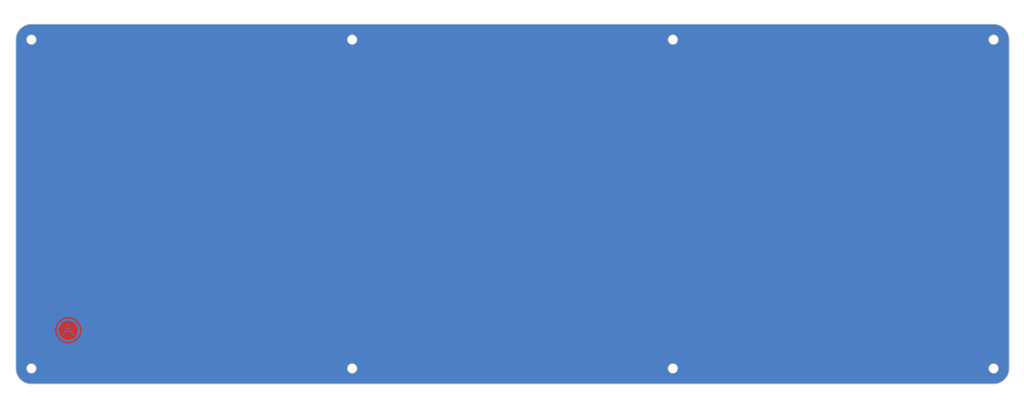
<source format=kicad_pcb>
(kicad_pcb (version 20221018) (generator pcbnew)
  (layers (0 "F.Cu" signal) (31 "B.Cu" signal) (34 "B.Paste" user) (35 "F.Paste" user) (36 "B.SilkS" user "B.Silkscreen") (37 "F.SilkS" user "F.Silkscreen") (38 "B.Mask" user) (39 "F.Mask" user) (44 "Edge.Cuts" user))
  (net 0 "")
  (net 1 "GND")
  (footprint "locallib:Outline" (layer "F.Cu") (at 19.84375 114.3)
    (fp_text reference "J1")
    (fp_text value "Outline")
    (fp_line (start 0.064 -4.064) (end 0.064 -88.264) (stroke (width 0.2)) (layer "Edge.Cuts"))
    (fp_line (start 4.064 -92.264) (end 250.189 -92.264) (stroke (width 0.2)) (layer "Edge.Cuts"))
    (fp_line (start 250.189 -0.064) (end 4.064 -0.064) (stroke (width 0.2)) (layer "Edge.Cuts"))
    (fp_line (start 254.189 -88.264) (end 254.189 -4.064) (stroke (width 0.2)) (layer "Edge.Cuts"))
    (fp_arc (start 0.064 -88.264) (mid 1.235573 -91.092427) (end 4.064 -92.264) (stroke (width 0.2)) (layer "Edge.Cuts"))
    (fp_arc (start 4.064 -0.064) (mid 1.235573 -1.235573) (end 0.064 -4.064) (stroke (width 0.2)) (layer "Edge.Cuts"))
    (fp_arc (start 250.189 -92.264) (mid 253.017427 -91.092427) (end 254.189 -88.264) (stroke (width 0.2)) (layer "Edge.Cuts"))
    (fp_arc (start 254.189 -4.064) (mid 253.017427 -1.235573) (end 250.189 -0.064) (stroke (width 0.2)) (layer "Edge.Cuts"))
    (fp_circle (center 4.064 -88.264) (end 5.264 -88.264) (stroke (width 0.2)) (fill none) (layer "Edge.Cuts"))
    (fp_circle (center 4.064 -4.064) (end 5.264 -4.064) (stroke (width 0.2)) (fill none) (layer "Edge.Cuts"))
    (fp_circle (center 86.105667 -88.264) (end 87.305667 -88.264) (stroke (width 0.2)) (fill none) (layer "Edge.Cuts"))
    (fp_circle (center 86.105667 -4.064) (end 87.305667 -4.064) (stroke (width 0.2)) (fill none) (layer "Edge.Cuts"))
    (fp_circle (center 168.147333 -88.264) (end 169.347333 -88.264) (stroke (width 0.2)) (fill none) (layer "Edge.Cuts"))
    (fp_circle (center 168.147333 -4.064) (end 169.347333 -4.064) (stroke (width 0.2)) (fill none) (layer "Edge.Cuts"))
    (fp_circle (center 250.189 -88.264) (end 251.389 -88.264) (stroke (width 0.2)) (fill none) (layer "Edge.Cuts"))
    (fp_circle (center 250.189 -4.064) (end 251.389 -4.064) (stroke (width 0.2)) (fill none) (layer "Edge.Cuts"))
    (pad "1" smd circle (at 129.54 -2.54) (size 1.524 1.524) (layers "F.Cu") (net 1 "GND"))
    (pad "1" smd circle (at 129.54 -2.54) (size 1.524 1.524) (layers "B.Cu") (net 1 "GND"))
  )
  (footprint "locallib:hex" (layer "F.Cu") (at 146.84375 68.2625)
    (fp_text reference "G***" hide)
    (fp_text value "LOGO" hide)
  )
  (footprint "locallib:ai-ring-6mm-Combined" (layer "B.Cu") (at 33.3375 100.458 180)
    (fp_text reference "G***" hide)
    (fp_text value "LOGO" hide)
    (fp_poly (pts (xy -1.000125 -1.30175) (xy -1.404937 -1.30175) (xy -1.404937 -0.896938) (xy -1.000125 -0.896938) (xy -1.000125 -1.30175)) (stroke (width 0.01)) (fill solid) (layer "B.Cu"))
    (fp_poly (pts (xy -0.595312 -0.515938) (xy -1.000125 -0.515938) (xy -1.000125 -0.111125) (xy -0.595312 -0.111125) (xy -0.595312 -0.515938)) (stroke (width 0.01)) (fill solid) (layer "B.Cu"))
    (fp_poly (pts (xy -0.214312 0.293687) (xy -0.595312 0.293687) (xy -0.595312 0.674687) (xy -0.214312 0.674687) (xy -0.214312 0.293687)) (stroke (width 0.01)) (fill solid) (layer "B.Cu"))
    (fp_poly (pts (xy 0.1905 -0.515938) (xy -0.214312 -0.515938) (xy -0.214312 -0.111125) (xy 0.1905 -0.111125) (xy 0.1905 -0.515938)) (stroke (width 0.01)) (fill solid) (layer "B.Cu"))
    (fp_poly (pts (xy 0.1905 1.0795) (xy -0.214312 1.0795) (xy -0.214312 1.484312) (xy 0.1905 1.484312) (xy 0.1905 1.0795)) (stroke (width 0.01)) (fill solid) (layer "B.Cu"))
    (fp_poly (pts (xy 0.595313 0.293687) (xy 0.1905 0.293687) (xy 0.1905 0.674687) (xy 0.595313 0.674687) (xy 0.595313 0.293687)) (stroke (width 0.01)) (fill solid) (layer "B.Cu"))
    (fp_poly (pts (xy 0.976313 -0.515938) (xy 0.595313 -0.515938) (xy 0.595313 -0.111125) (xy 0.976313 -0.111125) (xy 0.976313 -0.515938)) (stroke (width 0.01)) (fill solid) (layer "B.Cu"))
    (fp_poly (pts (xy 1.381125 -1.30175) (xy 0.976313 -1.30175) (xy 0.976313 -0.896938) (xy 1.381125 -0.896938) (xy 1.381125 -1.30175)) (stroke (width 0.01)) (fill solid) (layer "B.Cu"))
    (fp_poly (pts (xy 0.003969 2.971955) (xy 0.128087 2.970585) (xy 0.239799 2.966428) (xy 0.342392 2.959081) (xy 0.439156 2.94814) (xy 0.533378 2.933202) (xy 0.628347 2.913863) (xy 0.727351 2.889719) (xy 0.77263 2.877582) (xy 0.981177 2.812344) (xy 1.183265 2.733008) (xy 1.378128 2.639972) (xy 1.564999 2.533632) (xy 1.743114 2.414384) (xy 1.89526 2.296383) (xy 2.052928 2.155658) (xy 2.200265 2.004213) (xy 2.336586 1.843115) (xy 2.461208 1.673433) (xy 2.573447 1.496234) (xy 2.67262 1.312584) (xy 2.758042 1.123553) (xy 2.82903 0.930207) (xy 2.877784 0.762197) (xy 2.910855 0.622211) (xy 2.936215 0.490275) (xy 2.954607 0.361003) (xy 2.966775 0.229007) (xy 2.973461 0.0889) (xy 2.974114 0.0635) (xy 2.971395 -0.154797) (xy 2.9532 -0.36958) (xy 2.919535 -0.580821) (xy 2.870406 -0.788489) (xy 2.805819 -0.992555) (xy 2.741622 -1.156487) (xy 2.713539 -1.221752) (xy 2.689477 -1.27591) (xy 2.667608 -1.322613) (xy 2.646107 -1.365513) (xy 2.623146 -1.408263) (xy 2.5969 -1.454515) (xy 2.567775 -1.504156) (xy 2.448556 -1.690427) (xy 2.318452 -1.865153) (xy 2.177329 -2.028465) (xy 2.025055 -2.180496) (xy 1.861497 -2.32138) (xy 1.686524 -2.451248) (xy 1.504156 -2.567775) (xy 1.451327 -2.598744) (xy 1.405414 -2.624721) (xy 1.362765 -2.647531) (xy 1.319728 -2.669001) (xy 1.272651 -2.690957) (xy 1.217881 -2.715225) (xy 1.156487 -2.741622) (xy 1.060254 -2.781169) (xy 0.971536 -2.814208) (xy 0.884422 -2.842695) (xy 0.792998 -2.868589) (xy 0.710406 -2.889322) (xy 0.54589 -2.924876) (xy 0.388795 -2.950553) (xy 0.234567 -2.966893) (xy 0.078649 -2.974436) (xy -0.011906 -2.975013) (xy -0.063125 -2.974498) (xy -0.111246 -2.973793) (xy -0.153126 -2.97296) (xy -0.185622 -2.972063) (xy -0.20559 -2.971165) (xy -0.206375 -2.971109) (xy -0.422549 -2.947157) (xy -0.635306 -2.90817) (xy -0.843787 -2.854467) (xy -1.047132 -2.786363) (xy -1.244484 -2.704176) (xy -1.434982 -2.608225) (xy -1.617768 -2.498826) (xy -1.768724 -2.393796) (xy -1.941651 -2.255449) (xy -2.102335 -2.107088) (xy -2.250549 -1.949039) (xy -2.386071 -1.781632) (xy -2.508676 -1.605194) (xy -2.618139 -1.420052) (xy -2.714237 -1.226535) (xy -2.796744 -1.024971) (xy -2.865437 -0.815688) (xy -2.877582 -0.77263) (xy -2.903948 -0.670835) (xy -2.925333 -0.574511) (xy -2.942141 -0.480367) (xy -2.954775 -0.385117) (xy -2.96364 -0.28547) (xy -2.969138 -0.17814) (xy -2.971674 -0.059836) (xy -2.971955 -0.003969) (xy -2.97128 0.051392) (xy -2.439206 0.051392) (xy -2.439103 -0.028746) (xy -2.437437 -0.10841) (xy -2.434241 -0.183537) (xy -2.429544 -0.25006) (xy -2.425824 -0.28575) (xy -2.39395 -0.483048) (xy -2.347299 -0.674663) (xy -2.286049 -0.860222) (xy -2.210381 -1.039349) (xy -2.120473 -1.211669) (xy -2.016506 -1.376809) (xy -1.898659 -1.534393) (xy -1.767112 -1.684047) (xy -1.744776 -1.70726) (xy -1.610542 -1.834334) (xy -1.46484 -1.95227) (xy -1.310369 -2.05909) (xy -1.149831 -2.152816) (xy -1.104042 -2.176504) (xy -1.029634 -2.213153) (xy -0.964393 -2.243372) (xy -0.903896 -2.26894) (xy -0.843722 -2.291634) (xy -0.779449 -2.313233) (xy -0.714375 -2.333227) (xy -0.525162 -2.38264) (xy -0.339411 -2.417091) (xy -0.155673 -2.436714) (xy 0.027503 -2.441642) (xy 0.211564 -2.432011) (xy 0.278106 -2.425031) (xy 0.465438 -2.396087) (xy 0.645019 -2.354278) (xy 0.819357 -2.298854) (xy 0.990959 -2.229064) (xy 1.087916 -2.182866) (xy 1.258548 -2.089447) (xy 1.417964 -1.985712) (xy 1.566922 -1.870974) (xy 1.706179 -1.74455) (xy 1.836494 -1.605754) (xy 1.958624 -1.453903) (xy 2.066892 -1.298259) (xy 2.092018 -1.257068) (xy 2.121341 -1.20494) (xy 2.153041 -1.145496) (xy 2.185299 -1.082356) (xy 2.216293 -1.01914) (xy 2.244206 -0.959467) (xy 2.267215 -0.906957) (xy 2.280653 -0.873125) (xy 2.34352 -0.681584) (xy 2.390916 -0.488845) (xy 2.4228 -0.29545) (xy 2.43913 -0.10194) (xy 2.439868 0.091143) (xy 2.424972 0.283258) (xy 2.394402 0.473864) (xy 2.384599 0.519906) (xy 2.35095 0.656199) (xy 2.312642 0.782382) (xy 2.267704 0.903993) (xy 2.214163 1.026568) (xy 2.176504 1.104042) (xy 2.082799 1.27289) (xy 1.975974 1.433327) (xy 1.856798 1.584632) (xy 1.726037 1.726086) (xy 1.58446 1.856969) (xy 1.432834 1.97656) (xy 1.271927 2.08414) (xy 1.102507 2.178989) (xy 0.958325 2.24652) (xy 0.786697 2.312915) (xy 0.614143 2.364913) (xy 0.438656 2.402922) (xy 0.258226 2.427349) (xy 0.070845 2.438603) (xy 0.007938 2.439493) (xy -0.190157 2.433123) (xy -0.381785 2.412478) (xy -0.567719 2.377327) (xy -0.748735 2.327433) (xy -0.925606 2.262565) (xy -1.099106 2.182487) (xy -1.270009 2.086965) (xy -1.370706 2.022756) (xy -1.510139 1.921228) (xy -1.644337 1.806722) (xy -1.771659 1.681161) (xy -1.890465 1.546469) (xy -1.999114 1.404569) (xy -2.095965 1.257385) (xy -2.179378 1.106839) (xy -2.214174 1.03392) (xy -2.275577 0.889061) (xy -2.325808 0.749822) (xy -2.366065 0.611874) (xy -2.397544 0.470886) (xy -2.421444 0.322529) (xy -2.429845 0.254) (xy -2.434608 0.19683) (xy -2.437718 0.127939) (xy -2.439206 0.051392) (xy -2.97128 0.051392) (xy -2.97021 0.139027) (xy -2.964336 0.269894) (xy -2.953762 0.391975) (xy -2.937915 0.508615) (xy -2.916223 0.623156) (xy -2.888113 0.738941) (xy -2.853014 0.859313) (xy -2.810353 0.987616) (xy -2.794659 1.031875) (xy -2.716274 1.226594) (xy -2.623434 1.414928) (xy -2.516328 1.596615) (xy -2.395148 1.771392) (xy -2.260083 1.938997) (xy -2.111326 2.099167) (xy -1.949067 2.25164) (xy -1.842229 2.341821) (xy -1.7564 2.407314) (xy -1.658861 2.47464) (xy -1.553252 2.541588) (xy -1.443214 2.605945) (xy -1.332387 2.6655) (xy -1.224411 2.718042) (xy -1.218406 2.720785) (xy -1.148446 2.750658) (xy -1.067265 2.782044) (xy -0.979233 2.813464) (xy -0.888721 2.843438) (xy -0.800099 2.870489) (xy -0.717736 2.893136) (xy -0.68585 2.901029) (xy -0.592625 2.921797) (xy -0.503651 2.938457) (xy -0.415647 2.951348) (xy -0.325331 2.960805) (xy -0.229422 2.967168) (xy -0.12464 2.970772) (xy -0.007705 2.971956) (xy 0.003969 2.971955)) (stroke (width 0.01)) (fill solid) (layer "B.Cu"))
  )
  (zone (net 1) (net_name "GND") (layer "F.Cu") (connect_pads yes (clearance 0.381)) (min_thickness 0.254) (fill yes (thermal_gap 0.508) (thermal_bridge_width 0.508))
    (polygon (pts (xy 15.875 15.875) (xy 277.8125 15.875) (xy 277.8125 119.0625) (xy 15.875 119.0625)))
  )
  (zone (net 1) (net_name "GND") (layer "B.Cu") (connect_pads yes (clearance 0.381)) (min_thickness 0.254) (fill yes (thermal_gap 0.508) (thermal_bridge_width 0.508))
    (polygon (pts (xy 15.875 15.875) (xy 277.8125 15.875) (xy 277.8125 119.0625) (xy 15.875 119.0625)))
  )
)
</source>
